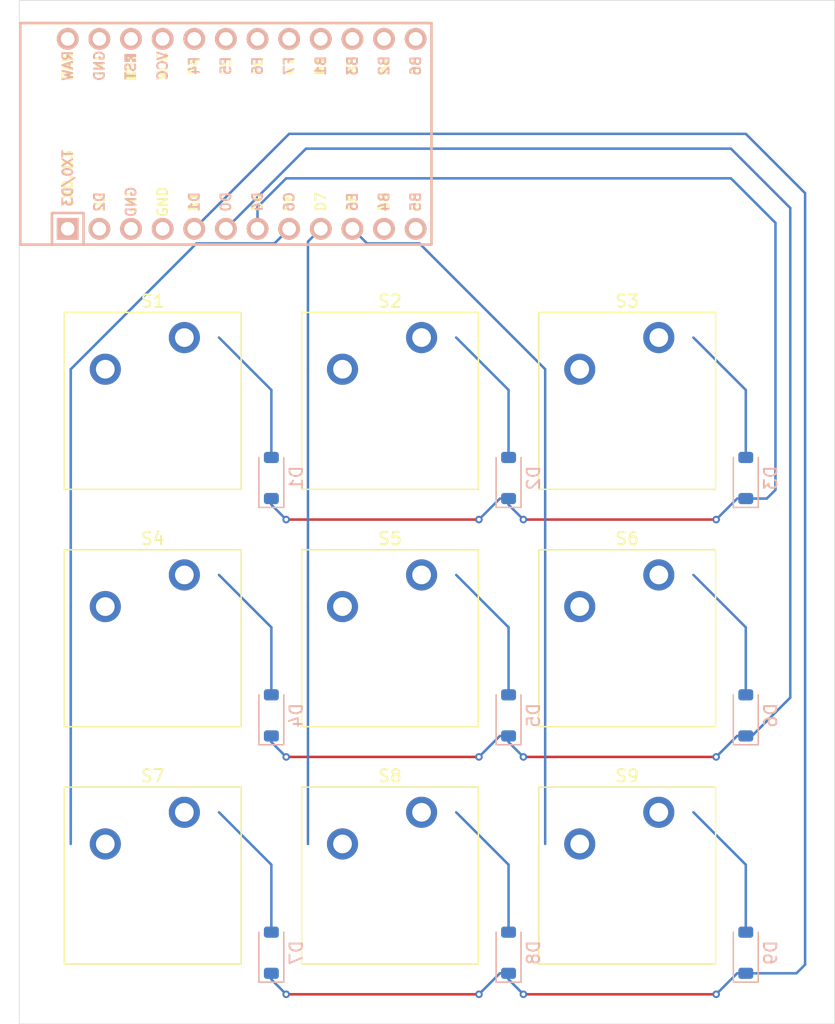
<source format=kicad_pcb>
(kicad_pcb (version 20240108) (generator "pcbnew") (generator_version "8.0")
  (layers (0 "F.Cu" signal) (31 "B.Cu" signal) (34 "B.Paste" user) (35 "F.Paste" user) (36 "B.SilkS" user "B.Silkscreen") (37 "F.SilkS" user "F.Silkscreen") (38 "B.Mask" user) (39 "F.Mask" user) (44 "Edge.Cuts" user))
  (net 0 "")
  (net 1 "Net-(D1-A)")
  (net 2 "row 0")
  (net 3 "Net-(D2-A)")
  (net 4 "Net-(D3-A)")
  (net 5 "row 1")
  (net 6 "Net-(D4-A)")
  (net 7 "Net-(D5-A)")
  (net 8 "Net-(D6-A)")
  (net 9 "Net-(D7-A)")
  (net 10 "row 2")
  (net 11 "Net-(D8-A)")
  (net 12 "Net-(D9-A)")
  (net 13 "Column 0")
  (net 14 "Column 1")
  (net 15 "Column 2")
  (footprint "ScottoKeebs_MX:MX_PCB_1.00u" (layer "F.Cu") (at 84.963 59.84875)
    (property "Reference" "S1" (at 0 -8 0) (layer "F.SilkS"))
    (property "Value" "Keyswitch")
    (fp_line (start -7.1 -7.1) (end -7.1 7.1) (stroke (width 0.12)) (layer "F.SilkS"))
    (fp_line (start -7.1 7.1) (end 7.1 7.1) (stroke (width 0.12)) (layer "F.SilkS"))
    (fp_line (start 7.1 -7.1) (end -7.1 -7.1) (stroke (width 0.12)) (layer "F.SilkS"))
    (fp_line (start 7.1 7.1) (end 7.1 -7.1) (stroke (width 0.12)) (layer "F.SilkS"))
    (pad "" np_thru_hole circle (at -5.08 0) (size 1.75 1.75) (drill 1.75) (layers "*.Cu" "*.Mask"))
    (pad "" np_thru_hole circle (at 0 0) (size 4 4) (drill 4) (layers "*.Cu" "*.Mask"))
    (pad "" np_thru_hole circle (at 5.08 0) (size 1.75 1.75) (drill 1.75) (layers "*.Cu" "*.Mask"))
    (pad "1" thru_hole circle (at -3.81 -2.54) (size 2.5 2.5) (drill 1.5) (layers "*.Cu" "*.Mask") (net 13 "Column 0"))
    (pad "2" thru_hole circle (at 2.54 -5.08) (size 2.5 2.5) (drill 1.5) (layers "*.Cu" "*.Mask") (net 1 "Net-(D1-A)"))
  )
  (footprint "ScottoKeebs_MX:MX_PCB_1.00u" (layer "F.Cu") (at 123.063 59.84875)
    (property "Reference" "S3" (at 0 -8 0) (layer "F.SilkS"))
    (property "Value" "Keyswitch")
    (fp_line (start -7.1 -7.1) (end -7.1 7.1) (stroke (width 0.12)) (layer "F.SilkS"))
    (fp_line (start -7.1 7.1) (end 7.1 7.1) (stroke (width 0.12)) (layer "F.SilkS"))
    (fp_line (start 7.1 -7.1) (end -7.1 -7.1) (stroke (width 0.12)) (layer "F.SilkS"))
    (fp_line (start 7.1 7.1) (end 7.1 -7.1) (stroke (width 0.12)) (layer "F.SilkS"))
    (pad "" np_thru_hole circle (at -5.08 0) (size 1.75 1.75) (drill 1.75) (layers "*.Cu" "*.Mask"))
    (pad "" np_thru_hole circle (at 0 0) (size 4 4) (drill 4) (layers "*.Cu" "*.Mask"))
    (pad "" np_thru_hole circle (at 5.08 0) (size 1.75 1.75) (drill 1.75) (layers "*.Cu" "*.Mask"))
    (pad "1" thru_hole circle (at -3.81 -2.54) (size 2.5 2.5) (drill 1.5) (layers "*.Cu" "*.Mask") (net 15 "Column 2"))
    (pad "2" thru_hole circle (at 2.54 -5.08) (size 2.5 2.5) (drill 1.5) (layers "*.Cu" "*.Mask") (net 4 "Net-(D3-A)"))
  )
  (footprint "ScottoKeebs_MCU:Arduino_Pro_Micro" (layer "F.Cu") (at 92.10675 38.4175 90)
    (property "Reference" "U1" (hide yes))
    (property "Value" "Arduino_Pro_Micro" (hide yes))
    (fp_line (start 8.89 -17.78) (end -8.89 -17.78) (stroke (width 0.2)) (layer "B.SilkS"))
    (fp_line (start -8.89 -17.78) (end -8.89 15.24) (stroke (width 0.2)) (layer "B.SilkS"))
    (fp_line (start -6.35 -15.24) (end -8.89 -15.24) (stroke (width 0.2)) (layer "B.SilkS"))
    (fp_line (start -6.35 -15.24) (end -6.35 -12.7) (stroke (width 0.2)) (layer "B.SilkS"))
    (fp_line (start -6.35 -12.7) (end -8.89 -12.7) (stroke (width 0.2)) (layer "B.SilkS"))
    (fp_line (start 8.89 15.24) (end 8.89 -17.78) (stroke (width 0.2)) (layer "B.SilkS"))
    (fp_line (start -8.89 15.24) (end 8.89 15.24) (stroke (width 0.2)) (layer "B.SilkS"))
    (fp_poly (pts (xy 6.244635 -9.35097) (xy 6.244635 -8.55097) (xy 6.344635 -8.55097) (xy 6.344635 -9.35097)) (stroke (width 0.15)) (fill solid) (layer "B.SilkS"))
    (fp_poly (pts (xy 5.844635 -9.35097) (xy 5.844635 -9.25097) (xy 6.344635 -9.25097) (xy 6.344635 -9.35097)) (stroke (width 0.15)) (fill solid) (layer "B.SilkS"))
    (fp_poly (pts (xy 5.844635 -9.35097) (xy 5.844635 -9.05097) (xy 5.944635 -9.05097) (xy 5.944635 -9.35097)) (stroke (width 0.15)) (fill solid) (layer "B.SilkS"))
    (fp_poly (pts (xy 6.044635 -8.95097) (xy 6.044635 -8.85097) (xy 6.144635 -8.85097) (xy 6.144635 -8.95097)) (stroke (width 0.15)) (fill solid) (layer "B.SilkS"))
    (fp_poly (pts (xy 5.844635 -8.75097) (xy 5.844635 -8.55097) (xy 5.944635 -8.55097) (xy 5.944635 -8.75097)) (stroke (width 0.15)) (fill solid) (layer "B.SilkS"))
    (fp_line (start 8.89 -17.78) (end -8.89 -17.78) (stroke (width 0.2)) (layer "F.SilkS"))
    (fp_line (start -8.89 -17.78) (end -8.89 15.24) (stroke (width 0.2)) (layer "F.SilkS"))
    (fp_line (start -6.35 -15.24) (end -8.89 -15.24) (stroke (width 0.2)) (layer "F.SilkS"))
    (fp_line (start -6.35 -15.24) (end -6.35 -12.7) (stroke (width 0.2)) (layer "F.SilkS"))
    (fp_line (start -6.35 -12.7) (end -8.89 -12.7) (stroke (width 0.2)) (layer "F.SilkS"))
    (fp_line (start 8.89 15.24) (end 8.89 -17.78) (stroke (width 0.2)) (layer "F.SilkS"))
    (fp_line (start -8.89 15.24) (end 8.89 15.24) (stroke (width 0.2)) (layer "F.SilkS"))
    (fp_poly (pts (xy 4.931568 -9.36064) (xy 4.931568 -9.26064) (xy 4.431568 -9.26064) (xy 4.431568 -9.36064)) (stroke (width 0.15)) (fill solid) (layer "F.SilkS"))
    (fp_poly (pts (xy 4.931568 -9.36064) (xy 4.931568 -9.06064) (xy 4.831568 -9.06064) (xy 4.831568 -9.36064)) (stroke (width 0.15)) (fill solid) (layer "F.SilkS"))
    (fp_poly (pts (xy 4.531568 -9.36064) (xy 4.531568 -8.56064) (xy 4.431568 -8.56064) (xy 4.431568 -9.36064)) (stroke (width 0.15)) (fill solid) (layer "F.SilkS"))
    (fp_poly (pts (xy 4.731568 -8.96064) (xy 4.731568 -8.86064) (xy 4.631568 -8.86064) (xy 4.631568 -8.96064)) (stroke (width 0.15)) (fill solid) (layer "F.SilkS"))
    (fp_poly (pts (xy 4.931568 -8.76064) (xy 4.931568 -8.56064) (xy 4.831568 -8.56064) (xy 4.831568 -8.76064)) (stroke (width 0.15)) (fill solid) (layer "F.SilkS"))
    (fp_text user "D2" (at -5.461 -11.43 90) (layer "B.SilkS") (effects (font (size 0.8 0.8)) (justify mirror)))
    (fp_text user "D0" (at -5.461 -1.27 90) (layer "B.SilkS") (effects (font (size 0.8 0.8)) (justify mirror)))
    (fp_text user "E6" (at -5.461 8.89 90) (layer "B.SilkS") (effects (font (size 0.8 0.8)) (justify mirror)))
    (fp_text user "GND" (at -5.461 -8.89 90) (layer "B.SilkS") (effects (font (size 0.8 0.8)) (justify mirror)))
    (fp_text user "GND" (at 5.461 -11.43 90) (layer "B.SilkS") (effects (font (size 0.8 0.8)) (justify mirror)))
    (fp_text user "F7" (at 5.461 3.81 90) (layer "B.SilkS") (effects (font (size 0.8 0.8)) (justify mirror)))
    (fp_text user "F5" (at 5.461 -1.27 90) (layer "B.SilkS") (effects (font (size 0.8 0.8)) (justify mirror)))
    (fp_text user "C6" (at -5.461 3.81 90) (layer "B.SilkS") (effects (font (size 0.8 0.8)) (justify mirror)))
    (fp_text user "F6" (at 5.461 1.27 90) (layer "B.SilkS") (effects (font (size 0.8 0.8)) (justify mirror)))
    (fp_text user "VCC" (at 5.461 -6.35 90) (layer "B.SilkS") (effects (font (size 0.8 0.8)) (justify mirror)))
    (fp_text user "B1" (at 5.461 6.35 90) (layer "B.SilkS") (effects (font (size 0.8 0.8)) (justify mirror)))
    (fp_text user "RAW" (at 5.461 -13.97 90) (layer "B.SilkS") (effects (font (size 0.8 0.8)) (justify mirror)))
    (fp_text user "B5" (at -5.461 13.97 90) (layer "B.SilkS") (effects (font (size 0.8 0.8)) (justify mirror)))
    (fp_text user "B4" (at -5.461 11.43 90) (layer "B.SilkS") (effects (font (size 0.8 0.8)) (justify mirror)))
    (fp_text user "B2" (at 5.461 11.43 90) (layer "B.SilkS") (effects (font (size 0.8 0.8)) (justify mirror)))
    (fp_text user "B3" (at 5.461 8.89 90) (layer "B.SilkS") (effects (font (size 0.8 0.8)) (justify mirror)))
    (fp_text user "F4" (at 5.461 -3.81 90) (layer "B.SilkS") (effects (font (size 0.8 0.8)) (justify mirror)))
    (fp_text user "D1" (at -5.461 -3.81 90) (layer "B.SilkS") (effects (font (size 0.8 0.8)) (justify mirror)))
    (fp_text user "B6" (at 5.461 13.97 90) (layer "B.SilkS") (effects (font (size 0.8 0.8)) (justify mirror)))
    (fp_text user "D4" (at -5.461 1.27 90) (layer "B.SilkS") (effects (font (size 0.8 0.8)) (justify mirror)))
    (fp_text user "TX0/D3" (at -3.571872 -13.97 90) (layer "B.SilkS") (effects (font (size 0.8 0.8)) (justify mirror)))
    (fp_text user "ST" (at 5.04 -8.91 90) (layer "B.SilkS") (effects (font (size 0.8 0.8)) (justify mirror)))
    (fp_text user "D2" (at -5.461 -11.43 90) (layer "F.SilkS") (effects (font (size 0.8 0.8))))
    (fp_text user "F7" (at 5.461 3.81 90) (layer "F.SilkS") (effects (font (size 0.8 0.8))))
    (fp_text user "D1" (at -5.461 -3.81 90) (layer "F.SilkS") (effects (font (size 0.8 0.8))))
    (fp_text user "B5" (at -5.461 13.97 90) (layer "F.SilkS") (effects (font (size 0.8 0.8))))
    (fp_text user "F4" (at 5.461 -3.81 90) (layer "F.SilkS") (effects (font (size 0.8 0.8))))
    (fp_text user "GND" (at -5.461 -8.89 90) (layer "F.SilkS") (effects (font (size 0.8 0.8))))
    (fp_text user "GND" (at 5.461 -11.43 90) (layer "F.SilkS") (effects (font (size 0.8 0.8))))
    (fp_text user "B1" (at 5.461 6.35 90) (layer "F.SilkS") (effects (font (size 0.8 0.8))))
    (fp_text user "D4" (at -5.461 1.27 90) (layer "F.SilkS") (effects (font (size 0.8 0.8))))
    (fp_text user "B2" (at 5.461 11.43 90) (layer "F.SilkS") (effects (font (size 0.8 0.8))))
    (fp_text user "D0" (at -5.461 -1.27 90) (layer "F.SilkS") (effects (font (size 0.8 0.8))))
    (fp_text user "B6" (at 5.461 13.97 90) (layer "F.SilkS") (effects (font (size 0.8 0.8))))
    (fp_text user "B3" (at 5.461 8.89 90) (layer "F.SilkS") (effects (font (size 0.8 0.8))))
    (fp_text user "C6" (at -5.461 3.81 90) (layer "F.SilkS") (effects (font (size 0.8 0.8))))
    (fp_text user "F6" (at 5.461 1.27 90) (layer "F.SilkS") (effects (font (size 0.8 0.8))))
    (fp_text user "F5" (at 5.461 -1.27 90) (layer "F.SilkS") (effects (font (size 0.8 0.8))))
    (fp_text user "E6" (at -5.461 8.89 90) (layer "F.SilkS") (effects (font (size 0.8 0.8))))
    (fp_text user "B4" (at -5.461 11.43 90) (layer "F.SilkS") (effects (font (size 0.8 0.8))))
    (fp_text user "ST" (at 5.73312 -8.92 90) (layer "F.SilkS") (effects (font (size 0.8 0.8))))
    (fp_text user "RAW" (at 5.461 -13.97 90) (layer "F.SilkS") (effects (font (size 0.8 0.8))))
    (fp_text user "GND" (at -5.461 -6.35 90) (layer "F.SilkS") (effects (font (size 0.8 0.8))))
    (fp_text user "TX0/D3" (at -3.571872 -13.97 90) (layer "F.SilkS") (effects (font (size 0.8 0.8))))
    (fp_text user "D7" (at -5.461 6.35 90) (layer "F.SilkS") (effects (font (size 0.8 0.8))))
    (fp_text user "VCC" (at 5.461 -6.35 90) (layer "F.SilkS") (effects (font (size 0.8 0.8))))
    (pad "1" thru_hole rect (at -7.62 -13.97) (size 1.7526 1.7526) (drill 1.0922) (layers "*.Cu" "*.SilkS" "*.Mask"))
    (pad "2" thru_hole circle (at -7.62 -11.43) (size 1.7526 1.7526) (drill 1.0922) (layers "*.Cu" "*.SilkS" "*.Mask"))
    (pad "3" thru_hole circle (at -7.62 -8.89) (size 1.7526 1.7526) (drill 1.0922) (layers "*.Cu" "*.SilkS" "*.Mask"))
    (pad "4" thru_hole circle (at -7.62 -6.35) (size 1.7526 1.7526) (drill 1.0922) (layers "*.Cu" "*.SilkS" "*.Mask"))
    (pad "5" thru_hole circle (at -7.62 -3.81) (size 1.7526 1.7526) (drill 1.0922) (layers "*.Cu" "*.SilkS" "*.Mask") (net 10 "row 2"))
    (pad "6" thru_hole circle (at -7.62 -1.27) (size 1.7526 1.7526) (drill 1.0922) (layers "*.Cu" "*.SilkS" "*.Mask") (net 5 "row 1"))
    (pad "7" thru_hole circle (at -7.62 1.27) (size 1.7526 1.7526) (drill 1.0922) (layers "*.Cu" "*.SilkS" "*.Mask") (net 2 "row 0"))
    (pad "8" thru_hole circle (at -7.62 3.81) (size 1.7526 1.7526) (drill 1.0922) (layers "*.Cu" "*.SilkS" "*.Mask") (net 13 "Column 0"))
    (pad "9" thru_hole circle (at -7.62 6.35) (size 1.7526 1.7526) (drill 1.0922) (layers "*.Cu" "*.SilkS" "*.Mask") (net 14 "Column 1"))
    (pad "10" thru_hole circle (at -7.62 8.89) (size 1.7526 1.7526) (drill 1.0922) (layers "*.Cu" "*.SilkS" "*.Mask") (net 15 "Column 2"))
    (pad "11" thru_hole circle (at -7.62 11.43) (size 1.7526 1.7526) (drill 1.0922) (layers "*.Cu" "*.SilkS" "*.Mask"))
    (pad "12" thru_hole circle (at -7.62 13.97) (size 1.7526 1.7526) (drill 1.0922) (layers "*.Cu" "*.SilkS" "*.Mask"))
    (pad "13" thru_hole circle (at 7.62 13.97) (size 1.7526 1.7526) (drill 1.0922) (layers "*.Cu" "*.SilkS" "*.Mask"))
    (pad "14" thru_hole circle (at 7.62 11.43) (size 1.7526 1.7526) (drill 1.0922) (layers "*.Cu" "*.SilkS" "*.Mask"))
    (pad "15" thru_hole circle (at 7.62 8.89) (size 1.7526 1.7526) (drill 1.0922) (layers "*.Cu" "*.SilkS" "*.Mask"))
    (pad "16" thru_hole circle (at 7.62 6.35) (size 1.7526 1.7526) (drill 1.0922) (layers "*.Cu" "*.SilkS" "*.Mask"))
    (pad "17" thru_hole circle (at 7.62 3.81) (size 1.7526 1.7526) (drill 1.0922) (layers "*.Cu" "*.SilkS" "*.Mask"))
    (pad "18" thru_hole circle (at 7.62 1.27) (size 1.7526 1.7526) (drill 1.0922) (layers "*.Cu" "*.SilkS" "*.Mask"))
    (pad "19" thru_hole circle (at 7.62 -1.27) (size 1.7526 1.7526) (drill 1.0922) (layers "*.Cu" "*.SilkS" "*.Mask"))
    (pad "20" thru_hole circle (at 7.62 -3.81) (size 1.7526 1.7526) (drill 1.0922) (layers "*.Cu" "*.SilkS" "*.Mask"))
    (pad "21" thru_hole circle (at 7.62 -6.35) (size 1.7526 1.7526) (drill 1.0922) (layers "*.Cu" "*.SilkS" "*.Mask"))
    (pad "22" thru_hole circle (at 7.62 -8.89) (size 1.7526 1.7526) (drill 1.0922) (layers "*.Cu" "*.SilkS" "*.Mask"))
    (pad "23" thru_hole circle (at 7.62 -11.43) (size 1.7526 1.7526) (drill 1.0922) (layers "*.Cu" "*.SilkS" "*.Mask"))
    (pad "24" thru_hole circle (at 7.62 -13.97) (size 1.7526 1.7526) (drill 1.0922) (layers "*.Cu" "*.SilkS" "*.Mask"))
  )
  (footprint "ScottoKeebs_MX:MX_PCB_1.00u" (layer "F.Cu") (at 104.013 97.94875)
    (property "Reference" "S8" (at 0 -8 0) (layer "F.SilkS"))
    (property "Value" "Keyswitch")
    (fp_line (start -7.1 -7.1) (end -7.1 7.1) (stroke (width 0.12)) (layer "F.SilkS"))
    (fp_line (start -7.1 7.1) (end 7.1 7.1) (stroke (width 0.12)) (layer "F.SilkS"))
    (fp_line (start 7.1 -7.1) (end -7.1 -7.1) (stroke (width 0.12)) (layer "F.SilkS"))
    (fp_line (start 7.1 7.1) (end 7.1 -7.1) (stroke (width 0.12)) (layer "F.SilkS"))
    (pad "" np_thru_hole circle (at -5.08 0) (size 1.75 1.75) (drill 1.75) (layers "*.Cu" "*.Mask"))
    (pad "" np_thru_hole circle (at 0 0) (size 4 4) (drill 4) (layers "*.Cu" "*.Mask"))
    (pad "" np_thru_hole circle (at 5.08 0) (size 1.75 1.75) (drill 1.75) (layers "*.Cu" "*.Mask"))
    (pad "1" thru_hole circle (at -3.81 -2.54) (size 2.5 2.5) (drill 1.5) (layers "*.Cu" "*.Mask") (net 14 "Column 1"))
    (pad "2" thru_hole circle (at 2.54 -5.08) (size 2.5 2.5) (drill 1.5) (layers "*.Cu" "*.Mask") (net 11 "Net-(D8-A)"))
  )
  (footprint "ScottoKeebs_MX:MX_PCB_1.00u" (layer "F.Cu") (at 123.063 78.89875)
    (property "Reference" "S6" (at 0 -8 0) (layer "F.SilkS"))
    (property "Value" "Keyswitch")
    (fp_line (start -7.1 -7.1) (end -7.1 7.1) (stroke (width 0.12)) (layer "F.SilkS"))
    (fp_line (start -7.1 7.1) (end 7.1 7.1) (stroke (width 0.12)) (layer "F.SilkS"))
    (fp_line (start 7.1 -7.1) (end -7.1 -7.1) (stroke (width 0.12)) (layer "F.SilkS"))
    (fp_line (start 7.1 7.1) (end 7.1 -7.1) (stroke (width 0.12)) (layer "F.SilkS"))
    (pad "" np_thru_hole circle (at -5.08 0) (size 1.75 1.75) (drill 1.75) (layers "*.Cu" "*.Mask"))
    (pad "" np_thru_hole circle (at 0 0) (size 4 4) (drill 4) (layers "*.Cu" "*.Mask"))
    (pad "" np_thru_hole circle (at 5.08 0) (size 1.75 1.75) (drill 1.75) (layers "*.Cu" "*.Mask"))
    (pad "1" thru_hole circle (at -3.81 -2.54) (size 2.5 2.5) (drill 1.5) (layers "*.Cu" "*.Mask") (net 15 "Column 2"))
    (pad "2" thru_hole circle (at 2.54 -5.08) (size 2.5 2.5) (drill 1.5) (layers "*.Cu" "*.Mask") (net 8 "Net-(D6-A)"))
  )
  (footprint "ScottoKeebs_MX:MX_PCB_1.00u" (layer "F.Cu") (at 104.013 78.89875)
    (property "Reference" "S5" (at 0 -8 0) (layer "F.SilkS"))
    (property "Value" "Keyswitch")
    (fp_line (start -7.1 -7.1) (end -7.1 7.1) (stroke (width 0.12)) (layer "F.SilkS"))
    (fp_line (start -7.1 7.1) (end 7.1 7.1) (stroke (width 0.12)) (layer "F.SilkS"))
    (fp_line (start 7.1 -7.1) (end -7.1 -7.1) (stroke (width 0.12)) (layer "F.SilkS"))
    (fp_line (start 7.1 7.1) (end 7.1 -7.1) (stroke (width 0.12)) (layer "F.SilkS"))
    (pad "" np_thru_hole circle (at -5.08 0) (size 1.75 1.75) (drill 1.75) (layers "*.Cu" "*.Mask"))
    (pad "" np_thru_hole circle (at 0 0) (size 4 4) (drill 4) (layers "*.Cu" "*.Mask"))
    (pad "" np_thru_hole circle (at 5.08 0) (size 1.75 1.75) (drill 1.75) (layers "*.Cu" "*.Mask"))
    (pad "1" thru_hole circle (at -3.81 -2.54) (size 2.5 2.5) (drill 1.5) (layers "*.Cu" "*.Mask") (net 14 "Column 1"))
    (pad "2" thru_hole circle (at 2.54 -5.08) (size 2.5 2.5) (drill 1.5) (layers "*.Cu" "*.Mask") (net 7 "Net-(D5-A)"))
  )
  (footprint "ScottoKeebs_MX:MX_PCB_1.00u" (layer "F.Cu") (at 104.013 59.84875)
    (property "Reference" "S2" (at 0 -8 0) (layer "F.SilkS"))
    (property "Value" "Keyswitch")
    (fp_line (start -7.1 -7.1) (end -7.1 7.1) (stroke (width 0.12)) (layer "F.SilkS"))
    (fp_line (start -7.1 7.1) (end 7.1 7.1) (stroke (width 0.12)) (layer "F.SilkS"))
    (fp_line (start 7.1 -7.1) (end -7.1 -7.1) (stroke (width 0.12)) (layer "F.SilkS"))
    (fp_line (start 7.1 7.1) (end 7.1 -7.1) (stroke (width 0.12)) (layer "F.SilkS"))
    (pad "" np_thru_hole circle (at -5.08 0) (size 1.75 1.75) (drill 1.75) (layers "*.Cu" "*.Mask"))
    (pad "" np_thru_hole circle (at 0 0) (size 4 4) (drill 4) (layers "*.Cu" "*.Mask"))
    (pad "" np_thru_hole circle (at 5.08 0) (size 1.75 1.75) (drill 1.75) (layers "*.Cu" "*.Mask"))
    (pad "1" thru_hole circle (at -3.81 -2.54) (size 2.5 2.5) (drill 1.5) (layers "*.Cu" "*.Mask") (net 14 "Column 1"))
    (pad "2" thru_hole circle (at 2.54 -5.08) (size 2.5 2.5) (drill 1.5) (layers "*.Cu" "*.Mask") (net 3 "Net-(D2-A)"))
  )
  (footprint "ScottoKeebs_MX:MX_PCB_1.00u" (layer "F.Cu") (at 84.963 97.94875)
    (property "Reference" "S7" (at 0 -8 0) (layer "F.SilkS"))
    (property "Value" "Keyswitch")
    (fp_line (start -7.1 -7.1) (end -7.1 7.1) (stroke (width 0.12)) (layer "F.SilkS"))
    (fp_line (start -7.1 7.1) (end 7.1 7.1) (stroke (width 0.12)) (layer "F.SilkS"))
    (fp_line (start 7.1 -7.1) (end -7.1 -7.1) (stroke (width 0.12)) (layer "F.SilkS"))
    (fp_line (start 7.1 7.1) (end 7.1 -7.1) (stroke (width 0.12)) (layer "F.SilkS"))
    (pad "" np_thru_hole circle (at -5.08 0) (size 1.75 1.75) (drill 1.75) (layers "*.Cu" "*.Mask"))
    (pad "" np_thru_hole circle (at 0 0) (size 4 4) (drill 4) (layers "*.Cu" "*.Mask"))
    (pad "" np_thru_hole circle (at 5.08 0) (size 1.75 1.75) (drill 1.75) (layers "*.Cu" "*.Mask"))
    (pad "1" thru_hole circle (at -3.81 -2.54) (size 2.5 2.5) (drill 1.5) (layers "*.Cu" "*.Mask") (net 13 "Column 0"))
    (pad "2" thru_hole circle (at 2.54 -5.08) (size 2.5 2.5) (drill 1.5) (layers "*.Cu" "*.Mask") (net 9 "Net-(D7-A)"))
  )
  (footprint "ScottoKeebs_MX:MX_PCB_1.00u" (layer "F.Cu") (at 123.063 97.94875)
    (property "Reference" "S9" (at 0 -8 0) (layer "F.SilkS"))
    (property "Value" "Keyswitch")
    (fp_line (start -7.1 -7.1) (end -7.1 7.1) (stroke (width 0.12)) (layer "F.SilkS"))
    (fp_line (start -7.1 7.1) (end 7.1 7.1) (stroke (width 0.12)) (layer "F.SilkS"))
    (fp_line (start 7.1 -7.1) (end -7.1 -7.1) (stroke (width 0.12)) (layer "F.SilkS"))
    (fp_line (start 7.1 7.1) (end 7.1 -7.1) (stroke (width 0.12)) (layer "F.SilkS"))
    (pad "" np_thru_hole circle (at -5.08 0) (size 1.75 1.75) (drill 1.75) (layers "*.Cu" "*.Mask"))
    (pad "" np_thru_hole circle (at 0 0) (size 4 4) (drill 4) (layers "*.Cu" "*.Mask"))
    (pad "" np_thru_hole circle (at 5.08 0) (size 1.75 1.75) (drill 1.75) (layers "*.Cu" "*.Mask"))
    (pad "1" thru_hole circle (at -3.81 -2.54) (size 2.5 2.5) (drill 1.5) (layers "*.Cu" "*.Mask") (net 15 "Column 2"))
    (pad "2" thru_hole circle (at 2.54 -5.08) (size 2.5 2.5) (drill 1.5) (layers "*.Cu" "*.Mask") (net 12 "Net-(D9-A)"))
  )
  (footprint "ScottoKeebs_MX:MX_PCB_1.00u" (layer "F.Cu") (at 84.963 78.89875)
    (property "Reference" "S4" (at 0 -8 0) (layer "F.SilkS"))
    (property "Value" "Keyswitch")
    (fp_line (start -7.1 -7.1) (end -7.1 7.1) (stroke (width 0.12)) (layer "F.SilkS"))
    (fp_line (start -7.1 7.1) (end 7.1 7.1) (stroke (width 0.12)) (layer "F.SilkS"))
    (fp_line (start 7.1 -7.1) (end -7.1 -7.1) (stroke (width 0.12)) (layer "F.SilkS"))
    (fp_line (start 7.1 7.1) (end 7.1 -7.1) (stroke (width 0.12)) (layer "F.SilkS"))
    (pad "" np_thru_hole circle (at -5.08 0) (size 1.75 1.75) (drill 1.75) (layers "*.Cu" "*.Mask"))
    (pad "" np_thru_hole circle (at 0 0) (size 4 4) (drill 4) (layers "*.Cu" "*.Mask"))
    (pad "" np_thru_hole circle (at 5.08 0) (size 1.75 1.75) (drill 1.75) (layers "*.Cu" "*.Mask"))
    (pad "1" thru_hole circle (at -3.81 -2.54) (size 2.5 2.5) (drill 1.5) (layers "*.Cu" "*.Mask") (net 13 "Column 0"))
    (pad "2" thru_hole circle (at 2.54 -5.08) (size 2.5 2.5) (drill 1.5) (layers "*.Cu" "*.Mask") (net 6 "Net-(D4-A)"))
  )
  (footprint "Diode_SMD:D_SOD-123" (layer "B.Cu") (at 132.588 104.13995 90)
    (property "Reference" "D9" (at 0 2 -90) (layer "B.SilkS") (effects (justify mirror)))
    (property "Value" "Diode")
    (fp_line (start 1.65 -1) (end -2.36 -1) (stroke (width 0.12)) (layer "B.SilkS"))
    (fp_line (start -2.36 -1) (end -2.36 1) (stroke (width 0.12)) (layer "B.SilkS"))
    (fp_line (start 1.65 1) (end -2.36 1) (stroke (width 0.12)) (layer "B.SilkS"))
    (pad "1" smd roundrect (at -1.65 0 90) (size 0.9 1.2) (layers "B.Cu" "B.Paste" "B.Mask") (net 10 "row 2"))
    (pad "2" smd roundrect (at 1.65 0 90) (size 0.9 1.2) (layers "B.Cu" "B.Paste" "B.Mask") (net 12 "Net-(D9-A)"))
  )
  (footprint "Diode_SMD:D_SOD-123" (layer "B.Cu") (at 94.488 66.03995 90)
    (property "Reference" "D1" (at 0 2 -90) (layer "B.SilkS") (effects (justify mirror)))
    (property "Value" "Diode")
    (fp_line (start 1.65 -1) (end -2.36 -1) (stroke (width 0.12)) (layer "B.SilkS"))
    (fp_line (start -2.36 -1) (end -2.36 1) (stroke (width 0.12)) (layer "B.SilkS"))
    (fp_line (start 1.65 1) (end -2.36 1) (stroke (width 0.12)) (layer "B.SilkS"))
    (pad "1" smd roundrect (at -1.65 0 90) (size 0.9 1.2) (layers "B.Cu" "B.Paste" "B.Mask") (net 2 "row 0"))
    (pad "2" smd roundrect (at 1.65 0 90) (size 0.9 1.2) (layers "B.Cu" "B.Paste" "B.Mask") (net 1 "Net-(D1-A)"))
  )
  (footprint "Diode_SMD:D_SOD-123" (layer "B.Cu") (at 113.538 85.08995 90)
    (property "Reference" "D5" (at 0 2 -90) (layer "B.SilkS") (effects (justify mirror)))
    (property "Value" "Diode")
    (fp_line (start 1.65 -1) (end -2.36 -1) (stroke (width 0.12)) (layer "B.SilkS"))
    (fp_line (start -2.36 -1) (end -2.36 1) (stroke (width 0.12)) (layer "B.SilkS"))
    (fp_line (start 1.65 1) (end -2.36 1) (stroke (width 0.12)) (layer "B.SilkS"))
    (pad "1" smd roundrect (at -1.65 0 90) (size 0.9 1.2) (layers "B.Cu" "B.Paste" "B.Mask") (net 5 "row 1"))
    (pad "2" smd roundrect (at 1.65 0 90) (size 0.9 1.2) (layers "B.Cu" "B.Paste" "B.Mask") (net 7 "Net-(D5-A)"))
  )
  (footprint "Diode_SMD:D_SOD-123" (layer "B.Cu") (at 132.588 66.03995 90)
    (property "Reference" "D3" (at 0 2 -90) (layer "B.SilkS") (effects (justify mirror)))
    (property "Value" "Diode")
    (fp_line (start 1.65 -1) (end -2.36 -1) (stroke (width 0.12)) (layer "B.SilkS"))
    (fp_line (start -2.36 -1) (end -2.36 1) (stroke (width 0.12)) (layer "B.SilkS"))
    (fp_line (start 1.65 1) (end -2.36 1) (stroke (width 0.12)) (layer "B.SilkS"))
    (pad "1" smd roundrect (at -1.65 0 90) (size 0.9 1.2) (layers "B.Cu" "B.Paste" "B.Mask") (net 2 "row 0"))
    (pad "2" smd roundrect (at 1.65 0 90) (size 0.9 1.2) (layers "B.Cu" "B.Paste" "B.Mask") (net 4 "Net-(D3-A)"))
  )
  (footprint "Diode_SMD:D_SOD-123" (layer "B.Cu") (at 94.488 104.13995 90)
    (property "Reference" "D7" (at 0 2 -90) (layer "B.SilkS") (effects (justify mirror)))
    (property "Value" "Diode")
    (fp_line (start 1.65 -1) (end -2.36 -1) (stroke (width 0.12)) (layer "B.SilkS"))
    (fp_line (start -2.36 -1) (end -2.36 1) (stroke (width 0.12)) (layer "B.SilkS"))
    (fp_line (start 1.65 1) (end -2.36 1) (stroke (width 0.12)) (layer "B.SilkS"))
    (pad "1" smd roundrect (at -1.65 0 90) (size 0.9 1.2) (layers "B.Cu" "B.Paste" "B.Mask") (net 10 "row 2"))
    (pad "2" smd roundrect (at 1.65 0 90) (size 0.9 1.2) (layers "B.Cu" "B.Paste" "B.Mask") (net 9 "Net-(D7-A)"))
  )
  (footprint "Diode_SMD:D_SOD-123" (layer "B.Cu") (at 113.538 66.03995 90)
    (property "Reference" "D2" (at 0 2 -90) (layer "B.SilkS") (effects (justify mirror)))
    (property "Value" "Diode")
    (fp_line (start 1.65 -1) (end -2.36 -1) (stroke (width 0.12)) (layer "B.SilkS"))
    (fp_line (start -2.36 -1) (end -2.36 1) (stroke (width 0.12)) (layer "B.SilkS"))
    (fp_line (start 1.65 1) (end -2.36 1) (stroke (width 0.12)) (layer "B.SilkS"))
    (pad "1" smd roundrect (at -1.65 0 90) (size 0.9 1.2) (layers "B.Cu" "B.Paste" "B.Mask") (net 2 "row 0"))
    (pad "2" smd roundrect (at 1.65 0 90) (size 0.9 1.2) (layers "B.Cu" "B.Paste" "B.Mask") (net 3 "Net-(D2-A)"))
  )
  (footprint "Diode_SMD:D_SOD-123" (layer "B.Cu") (at 132.588 85.08995 90)
    (property "Reference" "D6" (at 0 2 -90) (layer "B.SilkS") (effects (justify mirror)))
    (property "Value" "Diode")
    (fp_line (start 1.65 -1) (end -2.36 -1) (stroke (width 0.12)) (layer "B.SilkS"))
    (fp_line (start -2.36 -1) (end -2.36 1) (stroke (width 0.12)) (layer "B.SilkS"))
    (fp_line (start 1.65 1) (end -2.36 1) (stroke (width 0.12)) (layer "B.SilkS"))
    (pad "1" smd roundrect (at -1.65 0 90) (size 0.9 1.2) (layers "B.Cu" "B.Paste" "B.Mask") (net 5 "row 1"))
    (pad "2" smd roundrect (at 1.65 0 90) (size 0.9 1.2) (layers "B.Cu" "B.Paste" "B.Mask") (net 8 "Net-(D6-A)"))
  )
  (footprint "Diode_SMD:D_SOD-123" (layer "B.Cu") (at 113.538 104.13995 90)
    (property "Reference" "D8" (at 0 2 -90) (layer "B.SilkS") (effects (justify mirror)))
    (property "Value" "Diode")
    (fp_line (start 1.65 -1) (end -2.36 -1) (stroke (width 0.12)) (layer "B.SilkS"))
    (fp_line (start -2.36 -1) (end -2.36 1) (stroke (width 0.12)) (layer "B.SilkS"))
    (fp_line (start 1.65 1) (end -2.36 1) (stroke (width 0.12)) (layer "B.SilkS"))
    (pad "1" smd roundrect (at -1.65 0 90) (size 0.9 1.2) (layers "B.Cu" "B.Paste" "B.Mask") (net 10 "row 2"))
    (pad "2" smd roundrect (at 1.65 0 90) (size 0.9 1.2) (layers "B.Cu" "B.Paste" "B.Mask") (net 11 "Net-(D8-A)"))
  )
  (footprint "Diode_SMD:D_SOD-123" (layer "B.Cu") (at 94.488 85.08995 90)
    (property "Reference" "D4" (at 0 2 -90) (layer "B.SilkS") (effects (justify mirror)))
    (property "Value" "Diode")
    (fp_line (start 1.65 -1) (end -2.36 -1) (stroke (width 0.12)) (layer "B.SilkS"))
    (fp_line (start -2.36 -1) (end -2.36 1) (stroke (width 0.12)) (layer "B.SilkS"))
    (fp_line (start 1.65 1) (end -2.36 1) (stroke (width 0.12)) (layer "B.SilkS"))
    (pad "1" smd roundrect (at -1.65 0 90) (size 0.9 1.2) (layers "B.Cu" "B.Paste" "B.Mask") (net 5 "row 1"))
    (pad "2" smd roundrect (at 1.65 0 90) (size 0.9 1.2) (layers "B.Cu" "B.Paste" "B.Mask") (net 6 "Net-(D4-A)"))
  )
  (gr_rect (start 74.24735 27.7014) (end 139.7331 109.85625) (stroke (width 0.05)) (fill none) (layer "Edge.Cuts"))
  (segment (start 94.488 58.97375) (end 94.488 64.38995) (width 0.2) (layer "B.Cu") (net 1))
  (segment (start 90.283 54.76875) (end 94.488 58.97375) (width 0.2) (layer "B.Cu") (net 1))
  (segment (start 95.67905 69.37415) (end 111.1575 69.37415) (width 0.2) (layer "F.Cu") (net 2))
  (segment (start 114.72965 69.37435) (end 130.2081 69.37435) (width 0.2) (layer "F.Cu") (net 2))
  (via (at 130.2081 69.37435) (size 0.6) (drill 0.3) (layers "F.Cu" "B.Cu") (net 2))
  (via (at 111.1575 69.37415) (size 0.6) (drill 0.3) (layers "F.Cu" "B.Cu") (net 2))
  (via (at 114.72965 69.37435) (size 0.6) (drill 0.3) (layers "F.Cu" "B.Cu") (net 2))
  (via (at 95.67905 69.37415) (size 0.6) (drill 0.3) (layers "F.Cu" "B.Cu") (net 2))
  (segment (start 111.1575 69.37415) (end 112.8417 67.68995) (width 0.2) (layer "B.Cu") (net 2))
  (segment (start 134.2734 67.68995) (end 134.9705 66.99285) (width 0.2) (layer "B.Cu") (net 2))
  (segment (start 134.9705 45.56115) (end 131.39855 41.9892) (width 0.2) (layer "B.Cu") (net 2))
  (segment (start 131.39855 41.9892) (end 95.67905 41.9892) (width 0.2) (layer "B.Cu") (net 2))
  (segment (start 132.588 67.68995) (end 134.2734 67.68995) (width 0.2) (layer "B.Cu") (net 2))
  (segment (start 113.5386 67.69015) (end 113.5386 68.1833) (width 0.2) (layer "B.Cu") (net 2))
  (segment (start 112.8417 67.68995) (end 113.538 67.68995) (width 0.2) (layer "B.Cu") (net 2))
  (segment (start 131.8923 67.69015) (end 132.5886 67.69015) (width 0.2) (layer "B.Cu") (net 2))
  (segment (start 94.488 68.1831) (end 95.67905 69.37415) (width 0.2) (layer "B.Cu") (net 2))
  (segment (start 94.488 67.68995) (end 94.488 68.1831) (width 0.2) (layer "B.Cu") (net 2))
  (segment (start 134.9705 66.99285) (end 134.9705 45.56115) (width 0.2) (layer "B.Cu") (net 2))
  (segment (start 95.67905 41.9892) (end 93.37675 44.2915) (width 0.2) (layer "B.Cu") (net 2))
  (segment (start 113.5386 68.1833) (end 114.72965 69.37435) (width 0.2) (layer "B.Cu") (net 2))
  (segment (start 130.2081 69.37435) (end 131.8923 67.69015) (width 0.2) (layer "B.Cu") (net 2))
  (segment (start 93.37675 44.2915) (end 93.37675 46.0375) (width 0.2) (layer "B.Cu") (net 2))
  (segment (start 113.538 58.97375) (end 113.538 64.38995) (width 0.2) (layer "B.Cu") (net 3))
  (segment (start 109.333 54.76875) (end 113.538 58.97375) (width 0.2) (layer "B.Cu") (net 3))
  (segment (start 128.383 54.76875) (end 132.588 58.97375) (width 0.2) (layer "B.Cu") (net 4))
  (segment (start 132.588 58.97375) (end 132.588 64.38995) (width 0.2) (layer "B.Cu") (net 4))
  (segment (start 114.72965 88.42475) (end 130.2081 88.42475) (width 0.2) (layer "F.Cu") (net 5))
  (segment (start 95.67925 88.42475) (end 111.1577 88.42475) (width 0.2) (layer "F.Cu") (net 5))
  (via (at 111.1577 88.42475) (size 0.6) (drill 0.3) (layers "F.Cu" "B.Cu") (net 5))
  (via (at 130.2081 88.42475) (size 0.6) (drill 0.3) (layers "F.Cu" "B.Cu") (net 5))
  (via (at 95.67925 88.42475) (size 0.6) (drill 0.3) (layers "F.Cu" "B.Cu") (net 5))
  (via (at 114.72965 88.42475) (size 0.6) (drill 0.3) (layers "F.Cu" "B.Cu") (net 5))
  (segment (start 131.8923 86.74055) (end 132.5886 86.74055) (width 0.2) (layer "B.Cu") (net 5))
  (segment (start 136.16115 44.3705) (end 131.39855 39.6079) (width 0.2) (layer "B.Cu") (net 5))
  (segment (start 113.5386 86.74055) (end 113.5386 87.2337) (width 0.2) (layer "B.Cu") (net 5))
  (segment (start 97.26635 39.6079) (end 90.83675 46.0375) (width 0.2) (layer "B.Cu") (net 5))
  (segment (start 130.2081 88.42475) (end 131.8923 86.74055) (width 0.2) (layer "B.Cu") (net 5))
  (segment (start 132.588 86.73995) (end 133.08315 86.73995) (width 0.2) (layer "B.Cu") (net 5))
  (segment (start 113.5386 87.2337) (end 114.72965 88.42475) (width 0.2) (layer "B.Cu") (net 5))
  (segment (start 111.1577 88.42475) (end 112.8419 86.74055) (width 0.2) (layer "B.Cu") (net 5))
  (segment (start 94.4882 86.74055) (end 94.4882 87.2337) (width 0.2) (layer "B.Cu") (net 5))
  (segment (start 133.08315 86.73995) (end 136.16115 83.66195) (width 0.2) (layer "B.Cu") (net 5))
  (segment (start 131.39855 39.6079) (end 97.26635 39.6079) (width 0.2) (layer "B.Cu") (net 5))
  (segment (start 94.4882 87.2337) (end 95.67925 88.42475) (width 0.2) (layer "B.Cu") (net 5))
  (segment (start 112.8419 86.74055) (end 113.5382 86.74055) (width 0.2) (layer "B.Cu") (net 5))
  (segment (start 136.16115 83.66195) (end 136.16115 44.3705) (width 0.2) (layer "B.Cu") (net 5))
  (segment (start 94.488 78.02375) (end 94.488 83.43995) (width 0.2) (layer "B.Cu") (net 6))
  (segment (start 90.283 73.81875) (end 94.488 78.02375) (width 0.2) (layer "B.Cu") (net 6))
  (segment (start 109.333 73.81875) (end 113.538 78.02375) (width 0.2) (layer "B.Cu") (net 7))
  (segment (start 113.538 78.02375) (end 113.538 83.43995) (width 0.2) (layer "B.Cu") (net 7))
  (segment (start 128.383 73.81875) (end 132.588 78.02375) (width 0.2) (layer "B.Cu") (net 8))
  (segment (start 132.588 78.02375) (end 132.588 83.43995) (width 0.2) (layer "B.Cu") (net 8))
  (segment (start 90.283 92.86875) (end 94.488 97.07375) (width 0.2) (layer "B.Cu") (net 9))
  (segment (start 94.488 97.07375) (end 94.488 102.48995) (width 0.2) (layer "B.Cu") (net 9))
  (segment (start 95.67925 107.47515) (end 111.1577 107.47515) (width 0.2) (layer "F.Cu") (net 10))
  (segment (start 114.72965 107.47515) (end 130.2081 107.47515) (width 0.2) (layer "F.Cu") (net 10))
  (via (at 95.67925 107.47515) (size 0.6) (drill 0.3) (layers "F.Cu" "B.Cu") (net 10))
  (via (at 111.1577 107.47515) (size 0.6) (drill 0.3) (layers "F.Cu" "B.Cu") (net 10))
  (via (at 114.72965 107.47515) (size 0.6) (drill 0.3) (layers "F.Cu" "B.Cu") (net 10))
  (via (at 130.2081 107.47515) (size 0.6) (drill 0.3) (layers "F.Cu" "B.Cu") (net 10))
  (segment (start 136.6555 105.78995) (end 137.3518 105.09365) (width 0.2) (layer "B.Cu") (net 10))
  (segment (start 94.4882 106.2841) (end 95.67925 107.47515) (width 0.2) (layer "B.Cu") (net 10))
  (segment (start 112.8419 105.79095) (end 113.5382 105.79095) (width 0.2) (layer "B.Cu") (net 10))
  (segment (start 113.5386 105.79095) (end 113.5386 106.2841) (width 0.2) (layer "B.Cu") (net 10))
  (segment (start 132.588 105.78995) (end 136.6555 105.78995) (width 0.2) (layer "B.Cu") (net 10))
  (segment (start 137.3518 43.17985) (end 132.5892 38.41725) (width 0.2) (layer "B.Cu") (net 10))
  (segment (start 94.4882 105.79095) (end 94.4882 106.2841) (width 0.2) (layer "B.Cu") (net 10))
  (segment (start 132.5892 38.41725) (end 95.917 38.41725) (width 0.2) (layer "B.Cu") (net 10))
  (segment (start 95.917 38.41725) (end 88.29675 46.0375) (width 0.2) (layer "B.Cu") (net 10))
  (segment (start 111.1577 107.47515) (end 112.8419 105.79095) (width 0.2) (layer "B.Cu") (net 10))
  (segment (start 131.8923 105.79095) (end 132.5886 105.79095) (width 0.2) (layer "B.Cu") (net 10))
  (segment (start 113.5386 106.2841) (end 114.72965 107.47515) (width 0.2) (layer "B.Cu") (net 10))
  (segment (start 137.3518 105.09365) (end 137.3518 43.17985) (width 0.2) (layer "B.Cu") (net 10))
  (segment (start 130.2081 107.47515) (end 131.8923 105.79095) (width 0.2) (layer "B.Cu") (net 10))
  (segment (start 109.333 92.86875) (end 113.538 97.07375) (width 0.2) (layer "B.Cu") (net 11))
  (segment (start 113.538 97.07375) (end 113.538 102.48995) (width 0.2) (layer "B.Cu") (net 11))
  (segment (start 128.383 92.86875) (end 132.588 97.07375) (width 0.2) (layer "B.Cu") (net 12))
  (segment (start 132.588 97.07375) (end 132.588 102.48995) (width 0.2) (layer "B.Cu") (net 12))
  (segment (start 88.47295 47.2138) (end 94.74045 47.2138) (width 0.2) (layer "B.Cu") (net 13))
  (segment (start 78.378 76.35875) (end 78.378 95.40875) (width 0.2) (layer "B.Cu") (net 13))
  (segment (start 94.74045 47.2138) (end 95.91675 46.0375) (width 0.2) (layer "B.Cu") (net 13))
  (segment (start 78.378 57.30875) (end 78.378 76.35875) (width 0.2) (layer "B.Cu") (net 13))
  (segment (start 78.378 57.30875) (end 88.47295 47.2138) (width 0.2) (layer "B.Cu") (net 13))
  (segment (start 97.428 47.06625) (end 98.45675 46.0375) (width 0.2) (layer "B.Cu") (net 14))
  (segment (start 97.428 76.35875) (end 97.428 95.40875) (width 0.2) (layer "B.Cu") (net 14))
  (segment (start 97.428 57.30875) (end 97.428 76.35875) (width 0.2) (layer "B.Cu") (net 14))
  (segment (start 97.428 57.30875) (end 97.428 47.06625) (width 0.2) (layer "B.Cu") (net 14))
  (segment (start 106.38305 47.2138) (end 102.17305 47.2138) (width 0.2) (layer "B.Cu") (net 15))
  (segment (start 119.4309 57.48665) (end 119.253 57.30875) (width 0.2) (layer "B.Cu") (net 15))
  (segment (start 116.478 57.30875) (end 116.478 76.35875) (width 0.2) (layer "B.Cu") (net 15))
  (segment (start 116.478 57.30875) (end 106.38305 47.2138) (width 0.2) (layer "B.Cu") (net 15))
  (segment (start 102.17305 47.2138) (end 100.99675 46.0375) (width 0.2) (layer "B.Cu") (net 15))
  (segment (start 119.253 76.35875) (end 119.4309 76.18085) (width 0.2) (layer "B.Cu") (net 15))
  (segment (start 116.478 76.35875) (end 116.478 95.40875) (width 0.2) (layer "B.Cu") (net 15))
)
</source>
